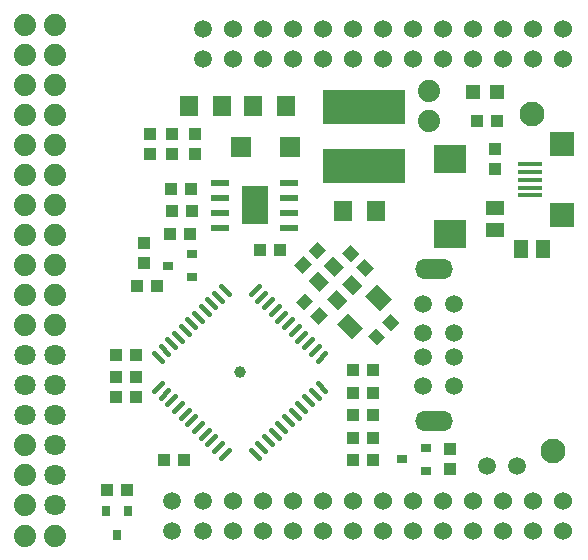
<source format=gtp>
G04 (created by PCBNEW (2013-03-19 BZR 4004)-stable) date 2014/11/27 13:38:41*
%MOIN*%
G04 Gerber Fmt 3.4, Leading zero omitted, Abs format*
%FSLAX34Y34*%
G01*
G70*
G90*
G04 APERTURE LIST*
%ADD10C,0*%
%ADD11R,0.275591X0.11811*%
%ADD12R,0.0629X0.0708*%
%ADD13R,0.0629921X0.023622*%
%ADD14R,0.0905512X0.129921*%
%ADD15R,0.0433X0.0393*%
%ADD16R,0.0393X0.0433*%
%ADD17R,0.1102X0.0944*%
%ADD18R,0.0511X0.059*%
%ADD19R,0.059X0.0511*%
%ADD20C,0.06*%
%ADD21C,0.0593*%
%ADD22C,0.0826772*%
%ADD23R,0.0472X0.0472*%
%ADD24R,0.0669291X0.0669291*%
%ADD25C,0.0590551*%
%ADD26C,0.074*%
%ADD27C,0.0177*%
%ADD28C,0.0393*%
%ADD29O,0.125984X0.0669291*%
%ADD30R,0.0787402X0.016*%
%ADD31R,0.081X0.081*%
%ADD32R,0.035X0.031*%
%ADD33R,0.031X0.035*%
%ADD34C,0.0708661*%
G04 APERTURE END LIST*
G54D10*
G54D11*
X74393Y-24734D03*
X74393Y-22765D03*
G54D12*
X71801Y-22750D03*
X70699Y-22750D03*
X73699Y-26250D03*
X74801Y-26250D03*
G54D13*
X71900Y-26800D03*
X71900Y-26300D03*
X71900Y-25800D03*
X71900Y-25300D03*
X69600Y-25300D03*
X69600Y-25800D03*
X69600Y-26300D03*
X69600Y-26800D03*
G54D14*
X70750Y-26050D03*
G54D15*
X68000Y-24334D03*
X68000Y-23666D03*
G54D16*
X68676Y-26250D03*
X68008Y-26250D03*
G54D15*
X67250Y-23666D03*
X67250Y-24334D03*
X68750Y-23666D03*
X68750Y-24334D03*
X71584Y-27550D03*
X70916Y-27550D03*
X67946Y-25500D03*
X68614Y-25500D03*
X67916Y-27000D03*
X68584Y-27000D03*
G54D17*
X77250Y-26990D03*
X77250Y-24510D03*
G54D18*
X80374Y-27500D03*
X79626Y-27500D03*
G54D19*
X78750Y-26874D03*
X78750Y-26126D03*
G54D20*
X81023Y-35905D03*
X81023Y-36905D03*
X80023Y-35905D03*
X80023Y-36905D03*
X79023Y-35905D03*
X79023Y-36905D03*
X78023Y-35905D03*
X78023Y-36905D03*
X77023Y-35905D03*
X77023Y-36905D03*
X76023Y-35905D03*
X76023Y-36905D03*
X75023Y-35905D03*
X75023Y-36905D03*
X74023Y-35905D03*
X74023Y-36905D03*
X73023Y-35905D03*
X73023Y-36905D03*
X72023Y-35905D03*
X72023Y-36905D03*
X71023Y-35905D03*
X71023Y-36905D03*
X70023Y-35905D03*
X70023Y-36905D03*
G54D21*
X69023Y-35905D03*
X69023Y-36905D03*
G54D20*
X81023Y-20157D03*
X81023Y-21157D03*
X80023Y-20157D03*
X80023Y-21157D03*
X79023Y-20157D03*
X79023Y-21157D03*
X78023Y-20157D03*
X78023Y-21157D03*
X77023Y-20157D03*
X77023Y-21157D03*
X76023Y-20157D03*
X76023Y-21157D03*
X75023Y-20157D03*
X75023Y-21157D03*
X74023Y-20157D03*
X74023Y-21157D03*
X73023Y-20157D03*
X73023Y-21157D03*
X72023Y-20157D03*
X72023Y-21157D03*
X71023Y-20157D03*
X71023Y-21157D03*
X70023Y-20157D03*
X70023Y-21157D03*
G54D21*
X69023Y-20157D03*
X69023Y-21157D03*
G54D16*
X74684Y-34550D03*
X74016Y-34550D03*
X78750Y-24834D03*
X78750Y-24166D03*
G54D15*
X66116Y-32450D03*
X66784Y-32450D03*
X66116Y-31780D03*
X66784Y-31780D03*
X68384Y-34550D03*
X67716Y-34550D03*
G54D16*
X66784Y-31040D03*
X66116Y-31040D03*
X74684Y-32300D03*
X74016Y-32300D03*
G54D10*
G36*
X72121Y-29277D02*
X72427Y-28971D01*
X72705Y-29249D01*
X72399Y-29555D01*
X72121Y-29277D01*
X72121Y-29277D01*
G37*
G36*
X72594Y-29750D02*
X72900Y-29444D01*
X73178Y-29722D01*
X72872Y-30028D01*
X72594Y-29750D01*
X72594Y-29750D01*
G37*
G36*
X75272Y-29671D02*
X75578Y-29977D01*
X75300Y-30255D01*
X74994Y-29949D01*
X75272Y-29671D01*
X75272Y-29671D01*
G37*
G36*
X74799Y-30144D02*
X75105Y-30450D01*
X74827Y-30728D01*
X74521Y-30422D01*
X74799Y-30144D01*
X74799Y-30144D01*
G37*
G36*
X73671Y-27649D02*
X73949Y-27371D01*
X74255Y-27677D01*
X73977Y-27955D01*
X73671Y-27649D01*
X73671Y-27649D01*
G37*
G36*
X74144Y-28122D02*
X74422Y-27844D01*
X74728Y-28150D01*
X74450Y-28428D01*
X74144Y-28122D01*
X74144Y-28122D01*
G37*
G54D15*
X74684Y-33050D03*
X74016Y-33050D03*
G54D22*
X80708Y-34251D03*
X80000Y-23000D03*
G54D12*
X68554Y-22750D03*
X69656Y-22750D03*
G54D16*
X78166Y-23250D03*
X78834Y-23250D03*
G54D23*
X78012Y-22275D03*
X78838Y-22275D03*
G54D24*
X70291Y-24100D03*
X71944Y-24100D03*
G54D25*
X68000Y-36900D03*
X68000Y-35900D03*
G54D26*
X76550Y-22250D03*
X76550Y-23250D03*
G54D25*
X79500Y-34750D03*
X78500Y-34750D03*
G54D27*
X70883Y-34459D02*
X70619Y-34195D01*
X71106Y-34236D02*
X70841Y-33972D01*
X71329Y-34014D02*
X71064Y-33749D01*
X71551Y-33791D02*
X71287Y-33526D01*
X71774Y-33568D02*
X71510Y-33304D01*
X71996Y-33346D02*
X71732Y-33082D01*
X72218Y-33124D02*
X71954Y-32860D01*
X72441Y-32901D02*
X72176Y-32637D01*
X72664Y-32679D02*
X72399Y-32414D01*
X72886Y-32456D02*
X72622Y-32191D01*
X73109Y-32233D02*
X72845Y-31969D01*
X72845Y-31230D02*
X73109Y-30966D01*
X72622Y-31008D02*
X72886Y-30743D01*
X72399Y-30785D02*
X72664Y-30520D01*
X72176Y-30562D02*
X72441Y-30298D01*
X71954Y-30339D02*
X72218Y-30075D01*
X71732Y-30117D02*
X71996Y-29853D01*
X71510Y-29895D02*
X71774Y-29631D01*
X71287Y-29673D02*
X71551Y-29408D01*
X71064Y-29450D02*
X71329Y-29185D01*
X70841Y-29227D02*
X71106Y-28963D01*
X70619Y-29004D02*
X70883Y-28740D01*
X69880Y-29004D02*
X69616Y-28740D01*
X69658Y-29227D02*
X69393Y-28963D01*
X69435Y-29450D02*
X69170Y-29185D01*
X69212Y-29673D02*
X68948Y-29408D01*
X68989Y-29895D02*
X68725Y-29631D01*
X68767Y-30117D02*
X68503Y-29853D01*
X68545Y-30339D02*
X68281Y-30075D01*
X68323Y-30562D02*
X68058Y-30298D01*
X68100Y-30785D02*
X67835Y-30520D01*
X67877Y-31008D02*
X67613Y-30743D01*
X67654Y-31230D02*
X67390Y-30966D01*
X67390Y-32233D02*
X67654Y-31969D01*
X67613Y-32456D02*
X67877Y-32191D01*
X67835Y-32679D02*
X68100Y-32414D01*
X68058Y-32901D02*
X68323Y-32637D01*
X68281Y-33124D02*
X68545Y-32860D01*
X68503Y-33346D02*
X68767Y-33082D01*
X68725Y-33568D02*
X68989Y-33304D01*
X68948Y-33791D02*
X69212Y-33526D01*
X69170Y-34014D02*
X69435Y-33749D01*
X69393Y-34236D02*
X69658Y-33972D01*
X69616Y-34459D02*
X69880Y-34195D01*
G54D28*
X70250Y-31600D03*
G54D10*
G36*
X74928Y-29572D02*
X74427Y-29071D01*
X74817Y-28681D01*
X75318Y-29182D01*
X74928Y-29572D01*
X74928Y-29572D01*
G37*
G36*
X73982Y-30518D02*
X73481Y-30017D01*
X73871Y-29627D01*
X74372Y-30128D01*
X73982Y-30518D01*
X73982Y-30518D01*
G37*
G36*
X72914Y-28935D02*
X72552Y-28573D01*
X72872Y-28253D01*
X73234Y-28615D01*
X72914Y-28935D01*
X72914Y-28935D01*
G37*
G36*
X73526Y-29547D02*
X73164Y-29185D01*
X73484Y-28865D01*
X73846Y-29227D01*
X73526Y-29547D01*
X73526Y-29547D01*
G37*
G36*
X74027Y-29046D02*
X73665Y-28684D01*
X73985Y-28364D01*
X74347Y-28726D01*
X74027Y-29046D01*
X74027Y-29046D01*
G37*
G36*
X73415Y-28434D02*
X73053Y-28072D01*
X73373Y-27752D01*
X73735Y-28114D01*
X73415Y-28434D01*
X73415Y-28434D01*
G37*
G36*
X72850Y-27271D02*
X73128Y-27549D01*
X72822Y-27855D01*
X72544Y-27577D01*
X72850Y-27271D01*
X72850Y-27271D01*
G37*
G36*
X72377Y-27744D02*
X72655Y-28022D01*
X72349Y-28328D01*
X72071Y-28050D01*
X72377Y-27744D01*
X72377Y-27744D01*
G37*
G54D15*
X74016Y-31550D03*
X74684Y-31550D03*
G54D16*
X74016Y-33800D03*
X74684Y-33800D03*
G54D25*
X77401Y-31102D03*
X77401Y-30314D03*
X76377Y-31102D03*
X76377Y-30314D03*
X76377Y-32086D03*
X77401Y-32086D03*
X76377Y-29330D03*
X77401Y-29330D03*
G54D29*
X76732Y-33228D03*
X76732Y-28188D03*
G54D30*
X79940Y-25720D03*
X79940Y-25460D03*
X79940Y-25200D03*
X79940Y-24940D03*
X79940Y-24680D03*
G54D31*
X81000Y-26381D03*
X81000Y-24018D03*
G54D15*
X77250Y-34834D03*
X77250Y-34166D03*
G54D16*
X67484Y-28750D03*
X66816Y-28750D03*
G54D15*
X67050Y-27316D03*
X67050Y-27984D03*
G54D16*
X66484Y-35550D03*
X65816Y-35550D03*
G54D32*
X67850Y-28060D03*
X68650Y-27680D03*
X68650Y-28440D03*
G54D33*
X66160Y-37050D03*
X65780Y-36250D03*
X66540Y-36250D03*
G54D32*
X75650Y-34510D03*
X76450Y-34130D03*
X76450Y-34890D03*
G54D34*
X64100Y-33050D03*
X63100Y-33050D03*
G54D26*
X63100Y-22050D03*
X64100Y-22050D03*
X63100Y-23050D03*
X64100Y-23050D03*
X63100Y-24050D03*
X64100Y-24050D03*
X63100Y-25050D03*
X64100Y-25050D03*
X63100Y-26050D03*
X64100Y-26050D03*
X63100Y-27050D03*
X64100Y-27050D03*
X63100Y-28050D03*
X64100Y-28050D03*
X63100Y-29050D03*
X64100Y-29050D03*
X63100Y-30050D03*
X64100Y-30050D03*
G54D34*
X63100Y-31050D03*
X64100Y-31050D03*
X63100Y-32050D03*
X64100Y-32050D03*
G54D26*
X63100Y-34050D03*
G54D34*
X64100Y-34050D03*
X64100Y-35050D03*
G54D26*
X63100Y-35050D03*
X63100Y-36050D03*
G54D34*
X64100Y-36050D03*
G54D26*
X64100Y-21050D03*
X63100Y-21050D03*
X64098Y-20030D03*
X63098Y-20030D03*
X64106Y-37058D03*
X63106Y-37058D03*
M02*

</source>
